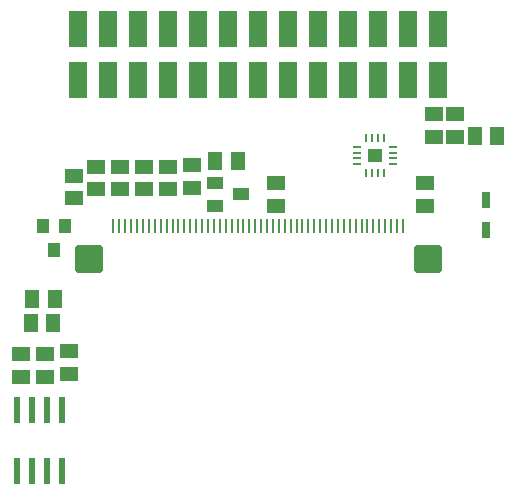
<source format=gbr>
G04 EAGLE Gerber RS-274X export*
G75*
%MOMM*%
%FSLAX34Y34*%
%LPD*%
%INSolderpaste Top*%
%IPPOS*%
%AMOC8*
5,1,8,0,0,1.08239X$1,22.5*%
G01*
%ADD10R,1.500000X1.300000*%
%ADD11R,1.300000X1.500000*%
%ADD12R,1.400000X1.000000*%
%ADD13R,0.275000X1.200000*%
%ADD14C,0.600000*%
%ADD15R,0.800000X0.280000*%
%ADD16R,0.280000X0.800000*%
%ADD17R,1.524000X3.048000*%
%ADD18R,1.000000X1.200000*%
%ADD19R,0.600000X2.200000*%
%ADD20R,0.800000X1.350000*%

G36*
X387415Y365137D02*
X387415Y365137D01*
X387481Y365139D01*
X387524Y365157D01*
X387571Y365165D01*
X387628Y365199D01*
X387688Y365224D01*
X387723Y365255D01*
X387764Y365280D01*
X387806Y365331D01*
X387854Y365375D01*
X387876Y365417D01*
X387905Y365454D01*
X387926Y365516D01*
X387957Y365575D01*
X387965Y365629D01*
X387977Y365666D01*
X387976Y365706D01*
X387984Y365760D01*
X387984Y375920D01*
X387973Y375985D01*
X387971Y376051D01*
X387953Y376094D01*
X387945Y376141D01*
X387911Y376198D01*
X387886Y376258D01*
X387855Y376293D01*
X387830Y376334D01*
X387779Y376376D01*
X387735Y376424D01*
X387693Y376446D01*
X387656Y376475D01*
X387594Y376496D01*
X387535Y376527D01*
X387481Y376535D01*
X387444Y376547D01*
X387404Y376546D01*
X387350Y376554D01*
X377190Y376554D01*
X377125Y376543D01*
X377059Y376541D01*
X377016Y376523D01*
X376969Y376515D01*
X376912Y376481D01*
X376852Y376456D01*
X376817Y376425D01*
X376776Y376400D01*
X376735Y376349D01*
X376686Y376305D01*
X376664Y376263D01*
X376635Y376226D01*
X376614Y376164D01*
X376583Y376105D01*
X376575Y376051D01*
X376563Y376014D01*
X376563Y376003D01*
X376563Y376002D01*
X376564Y375972D01*
X376556Y375920D01*
X376556Y365760D01*
X376567Y365695D01*
X376569Y365629D01*
X376587Y365586D01*
X376595Y365539D01*
X376629Y365482D01*
X376654Y365422D01*
X376685Y365387D01*
X376710Y365346D01*
X376761Y365305D01*
X376805Y365256D01*
X376847Y365234D01*
X376884Y365205D01*
X376946Y365184D01*
X377005Y365153D01*
X377059Y365145D01*
X377096Y365133D01*
X377136Y365134D01*
X377190Y365126D01*
X387350Y365126D01*
X387415Y365137D01*
G37*
D10*
X146050Y361290D03*
X146050Y342290D03*
X166370Y361290D03*
X166370Y342290D03*
X186690Y361290D03*
X186690Y342290D03*
X207010Y361290D03*
X207010Y342290D03*
X449580Y386740D03*
X449580Y405740D03*
D11*
X247040Y365760D03*
X266040Y365760D03*
D10*
X431800Y386740D03*
X431800Y405740D03*
X298450Y347320D03*
X298450Y328320D03*
D12*
X268810Y337820D03*
X246810Y328320D03*
X246810Y347320D03*
D13*
X160710Y310910D03*
X165710Y310910D03*
X170710Y310910D03*
X175710Y310910D03*
X180710Y310910D03*
X185710Y310910D03*
X190710Y310910D03*
X195710Y310910D03*
X200710Y310910D03*
X205710Y310910D03*
X210710Y310910D03*
X215710Y310910D03*
X220710Y310910D03*
X225710Y310910D03*
X230710Y310910D03*
X235710Y310910D03*
X240710Y310910D03*
X245710Y310910D03*
X250710Y310910D03*
X255710Y310910D03*
X260710Y310910D03*
X265710Y310910D03*
X270710Y310910D03*
X275710Y310910D03*
X280710Y310910D03*
X285710Y310910D03*
X290710Y310910D03*
X295710Y310910D03*
X300710Y310910D03*
X305710Y310910D03*
X310710Y310910D03*
X315710Y310910D03*
X320710Y310910D03*
X325710Y310910D03*
X330710Y310910D03*
X335710Y310910D03*
X340710Y310910D03*
X345710Y310910D03*
X350710Y310910D03*
X355710Y310910D03*
X360710Y310910D03*
X365710Y310910D03*
X370710Y310910D03*
X375710Y310910D03*
X380710Y310910D03*
X385710Y310910D03*
X390710Y310910D03*
X395710Y310910D03*
X400710Y310910D03*
X405710Y310910D03*
D14*
X148710Y274910D02*
X130710Y274910D01*
X130710Y292910D01*
X148710Y292910D01*
X148710Y274910D01*
X148710Y280610D02*
X130710Y280610D01*
X130710Y286310D02*
X148710Y286310D01*
X148710Y292010D02*
X130710Y292010D01*
X417710Y274910D02*
X435710Y274910D01*
X417710Y274910D02*
X417710Y292910D01*
X435710Y292910D01*
X435710Y274910D01*
X435710Y280610D02*
X417710Y280610D01*
X417710Y286310D02*
X435710Y286310D01*
X435710Y292010D02*
X417710Y292010D01*
D10*
X227330Y343560D03*
X227330Y362560D03*
D15*
X397270Y363340D03*
X397270Y368340D03*
X397270Y373340D03*
X397270Y378340D03*
D16*
X389770Y385840D03*
X384770Y385840D03*
X379770Y385840D03*
X374770Y385840D03*
D15*
X367270Y378340D03*
X367270Y373340D03*
X367270Y368340D03*
X367270Y363340D03*
D16*
X374770Y355840D03*
X379770Y355840D03*
X384770Y355840D03*
X389770Y355840D03*
D11*
X485750Y387350D03*
X466750Y387350D03*
D10*
X424180Y328320D03*
X424180Y347320D03*
D11*
X90830Y228600D03*
X109830Y228600D03*
X92100Y248920D03*
X111100Y248920D03*
D17*
X130810Y477520D03*
X130810Y434340D03*
X156210Y477520D03*
X156210Y434340D03*
X181610Y434340D03*
X181610Y477520D03*
X207010Y434340D03*
X207010Y477520D03*
X232410Y434340D03*
X232410Y477520D03*
X257810Y434340D03*
X257810Y477520D03*
X283210Y434340D03*
X283210Y477520D03*
X308610Y434340D03*
X308610Y477520D03*
X334010Y434340D03*
X334010Y477520D03*
X359410Y434340D03*
X359410Y477520D03*
X384810Y434340D03*
X384810Y477520D03*
X410210Y434340D03*
X410210Y477520D03*
X435610Y434340D03*
X435610Y477520D03*
D18*
X110490Y290990D03*
X100990Y310990D03*
X119990Y310990D03*
D10*
X127000Y334670D03*
X127000Y353670D03*
D19*
X91440Y103540D03*
X91440Y155540D03*
X78740Y103540D03*
X104140Y103540D03*
X116840Y103540D03*
X78740Y155540D03*
X104140Y155540D03*
X116840Y155540D03*
D10*
X123190Y186080D03*
X123190Y205080D03*
X102870Y183540D03*
X102870Y202540D03*
X82550Y183540D03*
X82550Y202540D03*
D20*
X476250Y307340D03*
X476250Y332740D03*
M02*

</source>
